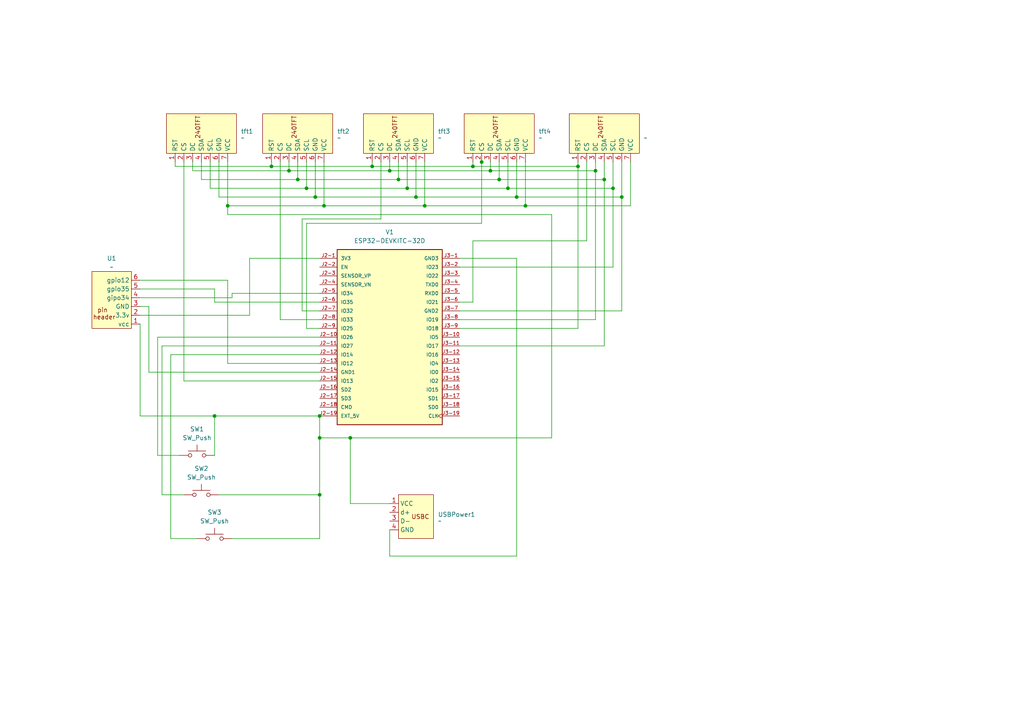
<source format=kicad_sch>
(kicad_sch (version 20231120) (generator "eeschema") (generator_version "8.0")
  (paper "A4")
  (lib_symbols
    (symbol "Custom Symbol Lib Orbs:240x240_TFT"
      (property "Reference" "240tft" (at 0 0 0))
      (symbol "240x240_TFT_1_1"
        (rectangle (start 2.54 0) (end 13.97 -20.32) (fill (type background)))
        (text "240TFT\n" (at 10.16 -9.144 0) (effects (font (size 1.27 1.27))))
        (pin bidirectional line (at 0 -2.54 0) (length 2.54) (name "RST") (number "1"))
        (pin bidirectional line (at 0 -5.08 0) (length 2.54) (name "CS") (number "2"))
        (pin bidirectional line (at 0 -7.62 0) (length 2.54) (name "DC") (number "3"))
        (pin bidirectional line (at 0 -10.16 0) (length 2.54) (name "SDA") (number "4"))
        (pin bidirectional line (at 0 -12.7 0) (length 2.54) (name "SCL") (number "5"))
        (pin power_in line (at 0 -15.24 0) (length 2.54) (name "GND") (number "6"))
        (pin power_in line (at 0 -17.78 0) (length 2.54) (name "VCC") (number "7"))
      )
    )
    (symbol "Custom Symbol Lib Orbs:GPIO Breakout"
      (property "Reference" "U" (at 0 0 0))
      (symbol "GPIO Breakout_1_1"
        (rectangle (start 2.54 2.54) (end 13.97 -13.97) (fill (type background)))
        (text "pin \nheader\n" (at 10.414 -1.778 0) (effects (font (size 1.27 1.27))))
        (pin power_in line (at 0 1.27 0) (length 2.54) (name "vcc") (number "1"))
        (pin power_in line (at 0 -1.27 0) (length 2.54) (name "3.3v") (number "2"))
        (pin power_in line (at 0 -3.81 0) (length 2.54) (name "GND") (number "3"))
        (pin bidirectional line (at 0 -6.35 0) (length 2.54) (name "gipo34") (number "4"))
        (pin bidirectional line (at 0 -8.89 0) (length 2.54) (name "gpio35") (number "5"))
        (pin bidirectional line (at 0 -11.43 0) (length 2.54) (name "gpio12") (number "6"))
      )
    )
    (symbol "Custom Symbol Lib Orbs:USB_BreadBoard"
      (property "Reference" "USBPower" (at 0 0 0))
      (symbol "USB_BreadBoard_1_1"
        (rectangle (start 1.27 -1.27) (end 11.43 -13.97) (fill (type background)))
        (text "USBC" (at 7.62 -7.62 0) (effects (font (size 1.27 1.27))))
        (pin power_in line (at -1.27 -3.81 0) (length 2.54) (name "VCC") (number "1"))
        (pin bidirectional line (at -1.27 -6.35 0) (length 2.54) (name "d+") (number "2"))
        (pin bidirectional line (at -1.27 -8.89 0) (length 2.54) (name "D-") (number "3"))
        (pin power_in line (at -1.27 -11.43 0) (length 2.54) (name "GND") (number "4"))
      )
    )
    (symbol "ESP32-DEVKITC-32D:ESP32-DEVKITC-32D" (pin_names (offset 1.016))
      (property "Reference" "38pin ESP 32 Dev Board" (at -15.2572 26.0643 0))
      (property "Value" "ESP32-DEVKITC-32D" (at -15.2563 -27.9698 0))
      (symbol "ESP32-DEVKITC-32D_0_0"
        (rectangle (start -15.24 -25.4) (end 15.24 25.4) (stroke (width 0.254)) (fill (type background)))
        (pin power_in line (at -20.32 22.86 0) (length 5.08) (name "3V3") (number "J2-1"))
        (pin bidirectional line (at -20.32 0 0) (length 5.08) (name "IO26") (number "J2-10"))
        (pin bidirectional line (at -20.32 -2.54 0) (length 5.08) (name "IO27") (number "J2-11"))
        (pin bidirectional line (at -20.32 -5.08 0) (length 5.08) (name "IO14") (number "J2-12"))
        (pin bidirectional line (at -20.32 -7.62 0) (length 5.08) (name "IO12") (number "J2-13"))
        (pin power_in line (at -20.32 -10.16 0) (length 5.08) (name "GND1") (number "J2-14"))
        (pin bidirectional line (at -20.32 -12.7 0) (length 5.08) (name "IO13") (number "J2-15"))
        (pin bidirectional line (at -20.32 -15.24 0) (length 5.08) (name "SD2") (number "J2-16"))
        (pin bidirectional line (at -20.32 -17.78 0) (length 5.08) (name "SD3") (number "J2-17"))
        (pin bidirectional line (at -20.32 -20.32 0) (length 5.08) (name "CMD") (number "J2-18"))
        (pin power_in line (at -20.32 -22.86 0) (length 5.08) (name "EXT_5V") (number "J2-19"))
        (pin input line (at -20.32 20.32 0) (length 5.08) (name "EN") (number "J2-2"))
        (pin input line (at -20.32 17.78 0) (length 5.08) (name "SENSOR_VP") (number "J2-3"))
        (pin input line (at -20.32 15.24 0) (length 5.08) (name "SENSOR_VN") (number "J2-4"))
        (pin bidirectional line (at -20.32 12.7 0) (length 5.08) (name "IO34") (number "J2-5"))
        (pin bidirectional line (at -20.32 10.16 0) (length 5.08) (name "IO35") (number "J2-6"))
        (pin bidirectional line (at -20.32 7.62 0) (length 5.08) (name "IO32") (number "J2-7"))
        (pin bidirectional line (at -20.32 5.08 0) (length 5.08) (name "IO33") (number "J2-8"))
        (pin bidirectional line (at -20.32 2.54 0) (length 5.08) (name "IO25") (number "J2-9"))
        (pin power_in line (at 20.32 22.86 180) (length 5.08) (name "GND3") (number "J3-1"))
        (pin bidirectional line (at 20.32 0 180) (length 5.08) (name "IO5") (number "J3-10"))
        (pin bidirectional line (at 20.32 -2.54 180) (length 5.08) (name "IO17") (number "J3-11"))
        (pin bidirectional line (at 20.32 -5.08 180) (length 5.08) (name "IO16") (number "J3-12"))
        (pin bidirectional line (at 20.32 -7.62 180) (length 5.08) (name "IO4") (number "J3-13"))
        (pin bidirectional line (at 20.32 -10.16 180) (length 5.08) (name "IO0") (number "J3-14"))
        (pin bidirectional line (at 20.32 -12.7 180) (length 5.08) (name "IO2") (number "J3-15"))
        (pin bidirectional line (at 20.32 -15.24 180) (length 5.08) (name "IO15") (number "J3-16"))
        (pin bidirectional line (at 20.32 -17.78 180) (length 5.08) (name "SD1") (number "J3-17"))
        (pin bidirectional line (at 20.32 -20.32 180) (length 5.08) (name "SD0") (number "J3-18"))
        (pin input clock (at 20.32 -22.86 180) (length 5.08) (name "CLK") (number "J3-19"))
        (pin bidirectional line (at 20.32 20.32 180) (length 5.08) (name "IO23") (number "J3-2"))
        (pin bidirectional line (at 20.32 17.78 180) (length 5.08) (name "IO22") (number "J3-3"))
        (pin output line (at 20.32 15.24 180) (length 5.08) (name "TXD0") (number "J3-4"))
        (pin input line (at 20.32 12.7 180) (length 5.08) (name "RXD0") (number "J3-5"))
        (pin bidirectional line (at 20.32 10.16 180) (length 5.08) (name "IO21") (number "J3-6"))
        (pin power_in line (at 20.32 7.62 180) (length 5.08) (name "GND2") (number "J3-7"))
        (pin bidirectional line (at 20.32 5.08 180) (length 5.08) (name "IO19") (number "J3-8"))
        (pin bidirectional line (at 20.32 2.54 180) (length 5.08) (name "IO18") (number "J3-9"))
      )
    )
    (symbol "Switch:SW_Push" (pin_numbers hide) (pin_names (offset 1.016) hide)
      (property "Reference" "SW" (at 1.27 2.54 0))
      (property "Value" "SW_Push" (at 0 -1.524 0))
      (symbol "SW_Push_0_1"
        (circle (center -2.032 0) (radius 0.508))
        (polyline (pts (xy 0 1.27) (xy 0 3.048)))
        (polyline (pts (xy 2.54 1.27) (xy -2.54 1.27)))
        (circle (center 2.032 0) (radius 0.508))
        (pin passive line (at -5.08 0 0) (length 2.54) (name "1") (number "1"))
        (pin passive line (at 5.08 0 180) (length 2.54) (name "2") (number "2"))
      )
    )
  )
  (junction (at 92.71 120.65))
  (junction (at 78.74 48.26))
  (junction (at 101.6 127))
  (junction (at 120.65 57.15))
  (junction (at 115.57 52.07))
  (junction (at 93.98 59.69))
  (junction (at 91.44 57.15))
  (junction (at 123.19 59.69))
  (junction (at 66.04 59.69))
  (junction (at 167.64 48.26))
  (junction (at 175.26 52.07))
  (junction (at 88.9 54.61))
  (junction (at 149.86 57.15))
  (junction (at 137.16 48.26))
  (junction (at 147.32 54.61))
  (junction (at 92.71 127))
  (junction (at 139.7 46.99))
  (junction (at 92.71 143.51))
  (junction (at 152.4 59.69))
  (junction (at 107.95 48.26))
  (junction (at 144.78 52.07))
  (junction (at 180.34 57.15))
  (junction (at 86.36 52.07))
  (junction (at 172.72 49.53))
  (junction (at 118.11 54.61))
  (junction (at 177.8 54.61))
  (junction (at 113.03 49.53))
  (junction (at 83.82 49.53))
  (junction (at 62.23 120.65))
  (junction (at 142.24 49.53))
  (wire (pts (xy 40.64 91.44) (xy 72.39 91.44)))
  (wire (pts (xy 118.11 54.61) (xy 88.9 54.61)))
  (wire (pts (xy 113.03 153.67) (xy 113.03 161.29)))
  (wire (pts (xy 175.26 52.07) (xy 144.78 52.07)))
  (wire (pts (xy 92.71 90.17) (xy 87.63 90.17)))
  (wire (pts (xy 40.64 88.9) (xy 43.18 88.9)))
  (wire (pts (xy 87.63 63.5) (xy 110.49 63.5)))
  (wire (pts (xy 177.8 54.61) (xy 147.32 54.61)))
  (wire (pts (xy 67.31 156.21) (xy 92.71 156.21)))
  (wire (pts (xy 152.4 46.99) (xy 152.4 59.69)))
  (wire (pts (xy 147.32 54.61) (xy 147.32 46.99)))
  (wire (pts (xy 43.18 88.9) (xy 43.18 107.95)))
  (wire (pts (xy 115.57 52.07) (xy 86.36 52.07)))
  (wire (pts (xy 92.71 110.49) (xy 53.34 110.49)))
  (wire (pts (xy 172.72 49.53) (xy 172.72 46.99)))
  (wire (pts (xy 123.19 59.69) (xy 123.19 46.99)))
  (wire (pts (xy 78.74 48.26) (xy 50.8 48.26)))
  (wire (pts (xy 144.78 52.07) (xy 144.78 46.99)))
  (wire (pts (xy 62.23 120.65) (xy 92.71 120.65)))
  (wire (pts (xy 137.16 48.26) (xy 137.16 46.99)))
  (wire (pts (xy 40.64 81.28) (xy 66.04 81.28)))
  (wire (pts (xy 66.04 81.28) (xy 66.04 105.41)))
  (wire (pts (xy 118.11 54.61) (xy 118.11 46.99)))
  (wire (pts (xy 133.35 92.71) (xy 172.72 92.71)))
  (wire (pts (xy 149.86 57.15) (xy 120.65 57.15)))
  (wire (pts (xy 83.82 49.53) (xy 83.82 46.99)))
  (wire (pts (xy 67.31 85.09) (xy 92.71 85.09)))
  (wire (pts (xy 152.4 59.69) (xy 182.88 59.69)))
  (wire (pts (xy 52.07 132.08) (xy 45.72 132.08)))
  (wire (pts (xy 43.18 107.95) (xy 92.71 107.95)))
  (wire (pts (xy 88.9 64.77) (xy 88.9 95.25)))
  (wire (pts (xy 78.74 46.99) (xy 78.74 48.26)))
  (wire (pts (xy 144.78 52.07) (xy 115.57 52.07)))
  (wire (pts (xy 72.39 91.44) (xy 72.39 74.93)))
  (wire (pts (xy 67.31 86.36) (xy 67.31 85.09)))
  (wire (pts (xy 160.02 62.23) (xy 160.02 127)))
  (wire (pts (xy 149.86 57.15) (xy 149.86 46.99)))
  (wire (pts (xy 180.34 90.17) (xy 180.34 57.15)))
  (wire (pts (xy 63.5 143.51) (xy 92.71 143.51)))
  (wire (pts (xy 58.42 52.07) (xy 58.42 46.99)))
  (wire (pts (xy 167.64 48.26) (xy 167.64 46.99)))
  (wire (pts (xy 92.71 156.21) (xy 92.71 143.51)))
  (wire (pts (xy 177.8 77.47) (xy 177.8 54.61)))
  (wire (pts (xy 120.65 57.15) (xy 91.44 57.15)))
  (wire (pts (xy 147.32 54.61) (xy 118.11 54.61)))
  (wire (pts (xy 53.34 143.51) (xy 46.99 143.51)))
  (wire (pts (xy 83.82 49.53) (xy 55.88 49.53)))
  (wire (pts (xy 139.7 46.99) (xy 139.7 64.77)))
  (wire (pts (xy 45.72 97.79) (xy 92.71 97.79)))
  (wire (pts (xy 46.99 143.51) (xy 46.99 100.33)))
  (wire (pts (xy 45.72 132.08) (xy 45.72 97.79)))
  (wire (pts (xy 101.6 146.05) (xy 101.6 127)))
  (wire (pts (xy 113.03 146.05) (xy 101.6 146.05)))
  (wire (pts (xy 133.35 77.47) (xy 177.8 77.47)))
  (wire (pts (xy 62.23 132.08) (xy 62.23 120.65)))
  (wire (pts (xy 72.39 74.93) (xy 92.71 74.93)))
  (wire (pts (xy 93.98 59.69) (xy 123.19 59.69)))
  (wire (pts (xy 170.18 69.85) (xy 137.16 69.85)))
  (wire (pts (xy 167.64 95.25) (xy 167.64 48.26)))
  (wire (pts (xy 40.64 83.82) (xy 62.23 83.82)))
  (wire (pts (xy 40.64 86.36) (xy 67.31 86.36)))
  (wire (pts (xy 172.72 49.53) (xy 142.24 49.53)))
  (wire (pts (xy 139.7 45.72) (xy 139.7 46.99)))
  (wire (pts (xy 115.57 52.07) (xy 115.57 46.99)))
  (wire (pts (xy 92.71 127) (xy 92.71 120.65)))
  (wire (pts (xy 66.04 62.23) (xy 160.02 62.23)))
  (wire (pts (xy 137.16 69.85) (xy 137.16 87.63)))
  (wire (pts (xy 113.03 49.53) (xy 113.03 46.99)))
  (wire (pts (xy 142.24 49.53) (xy 142.24 46.99)))
  (wire (pts (xy 133.35 100.33) (xy 175.26 100.33)))
  (wire (pts (xy 120.65 57.15) (xy 120.65 46.99)))
  (wire (pts (xy 175.26 100.33) (xy 175.26 52.07)))
  (wire (pts (xy 66.04 59.69) (xy 66.04 62.23)))
  (wire (pts (xy 55.88 49.53) (xy 55.88 46.99)))
  (wire (pts (xy 88.9 95.25) (xy 92.71 95.25)))
  (wire (pts (xy 172.72 92.71) (xy 172.72 49.53)))
  (wire (pts (xy 149.86 74.93) (xy 133.35 74.93)))
  (wire (pts (xy 57.15 156.21) (xy 49.53 156.21)))
  (wire (pts (xy 63.5 57.15) (xy 63.5 46.99)))
  (wire (pts (xy 91.44 57.15) (xy 91.44 46.99)))
  (wire (pts (xy 182.88 59.69) (xy 182.88 46.99)))
  (wire (pts (xy 66.04 59.69) (xy 93.98 59.69)))
  (wire (pts (xy 50.8 46.99) (xy 50.8 48.26)))
  (wire (pts (xy 133.35 95.25) (xy 167.64 95.25)))
  (wire (pts (xy 87.63 90.17) (xy 87.63 63.5)))
  (wire (pts (xy 152.4 59.69) (xy 123.19 59.69)))
  (wire (pts (xy 40.64 120.65) (xy 62.23 120.65)))
  (wire (pts (xy 91.44 57.15) (xy 63.5 57.15)))
  (wire (pts (xy 149.86 161.29) (xy 149.86 74.93)))
  (wire (pts (xy 60.96 54.61) (xy 60.96 46.99)))
  (wire (pts (xy 46.99 100.33) (xy 92.71 100.33)))
  (wire (pts (xy 139.7 64.77) (xy 88.9 64.77)))
  (wire (pts (xy 66.04 46.99) (xy 66.04 59.69)))
  (wire (pts (xy 170.18 46.99) (xy 170.18 69.85)))
  (wire (pts (xy 142.24 49.53) (xy 113.03 49.53)))
  (wire (pts (xy 167.64 48.26) (xy 137.16 48.26)))
  (wire (pts (xy 113.03 161.29) (xy 149.86 161.29)))
  (wire (pts (xy 137.16 48.26) (xy 107.95 48.26)))
  (wire (pts (xy 86.36 52.07) (xy 58.42 52.07)))
  (wire (pts (xy 49.53 156.21) (xy 49.53 102.87)))
  (wire (pts (xy 180.34 57.15) (xy 149.86 57.15)))
  (wire (pts (xy 110.49 63.5) (xy 110.49 46.99)))
  (wire (pts (xy 81.28 92.71) (xy 81.28 46.99)))
  (wire (pts (xy 88.9 54.61) (xy 88.9 46.99)))
  (wire (pts (xy 49.53 102.87) (xy 92.71 102.87)))
  (wire (pts (xy 40.64 93.98) (xy 40.64 120.65)))
  (wire (pts (xy 92.71 127) (xy 101.6 127)))
  (wire (pts (xy 175.26 52.07) (xy 175.26 46.99)))
  (wire (pts (xy 62.23 83.82) (xy 62.23 87.63)))
  (wire (pts (xy 113.03 49.53) (xy 83.82 49.53)))
  (wire (pts (xy 133.35 90.17) (xy 180.34 90.17)))
  (wire (pts (xy 88.9 54.61) (xy 60.96 54.61)))
  (wire (pts (xy 92.71 143.51) (xy 92.71 127)))
  (wire (pts (xy 53.34 110.49) (xy 53.34 46.99)))
  (wire (pts (xy 66.04 105.41) (xy 92.71 105.41)))
  (wire (pts (xy 101.6 127) (xy 160.02 127)))
  (wire (pts (xy 93.98 59.69) (xy 93.98 46.99)))
  (wire (pts (xy 107.95 48.26) (xy 107.95 46.99)))
  (wire (pts (xy 86.36 52.07) (xy 86.36 46.99)))
  (wire (pts (xy 137.16 87.63) (xy 133.35 87.63)))
  (wire (pts (xy 62.23 87.63) (xy 92.71 87.63)))
  (wire (pts (xy 177.8 54.61) (xy 177.8 46.99)))
  (wire (pts (xy 107.95 48.26) (xy 78.74 48.26)))
  (wire (pts (xy 180.34 57.15) (xy 180.34 46.99)))
  (wire (pts (xy 92.71 92.71) (xy 81.28 92.71)))
  (symbol (lib_id "Custom Symbol Lib Orbs:240x240_TFT") (at 165.1 46.99 90) (unit 1)
    (property "Reference" "tft5" (effects (hide yes)))
    (property "Value" "~" (at 186.69 40.005 90) (effects (justify right)))
    (property "Footprint" "Connector_PinHeader_2.54mm:PinHeader_1x07_P2.54mm_Vertical" (effects (hide yes)))
  )
  (symbol (lib_id "Custom Symbol Lib Orbs:240x240_TFT") (at 105.41 46.99 90) (unit 1)
    (property "Reference" "tft3" (at 127 38.0999 90) (effects (justify right)))
    (property "Value" "~" (at 127 40.005 90) (effects (justify right)))
    (property "Footprint" "Connector_PinHeader_2.54mm:PinHeader_1x07_P2.54mm_Vertical" (effects (hide yes)))
  )
  (symbol (lib_id "Custom Symbol Lib Orbs:GPIO Breakout") (at 40.64 92.71 180) (unit 1)
    (property "Reference" "U1" (at 32.385 74.93 0))
    (property "Value" "~" (at 32.385 77.47 0))
    (property "Footprint" "Connector_PinHeader_2.54mm:PinHeader_1x06_P2.54mm_Vertical" (effects (hide yes)))
  )
  (symbol (lib_id "Custom Symbol Lib Orbs:USB_BreadBoard") (at 114.3 142.24 0) (unit 1)
    (property "Reference" "USBPower1" (at 127 149.2249 0) (effects (justify left)))
    (property "Value" "~" (at 127 151.13 0) (effects (justify left)))
    (property "Footprint" "Connector_PinHeader_2.54mm:PinHeader_1x04_P2.54mm_Vertical" (effects (hide yes)))
  )
  (symbol (lib_id "Custom Symbol Lib Orbs:240x240_TFT") (at 134.62 46.99 90) (unit 1)
    (property "Reference" "tft4" (at 156.21 38.0999 90) (effects (justify right)))
    (property "Value" "~" (at 156.21 40.005 90) (effects (justify right)))
    (property "Footprint" "Connector_PinHeader_2.54mm:PinHeader_1x07_P2.54mm_Vertical" (effects (hide yes)))
  )
  (symbol (lib_id "Switch:SW_Push") (at 57.15 132.08 0) (unit 1)
    (property "Reference" "SW1" (at 57.15 124.46 0))
    (property "Value" "SW_Push" (at 57.15 127 0))
    (property "Footprint" "Button_Switch_THT:SW_PUSH_6mm_H5mm" (effects (hide yes)))
    (property "Description" "Push button switch, generic, two pins" (effects (hide yes)))
  )
  (symbol (lib_id "ESP32-DEVKITC-32D:ESP32-DEVKITC-32D") (at 113.03 97.79 0) (unit 1)
    (property "Reference" "V1" (at 113.03 67.31 0))
    (property "Value" "ESP32-DEVKITC-32D" (at 113.03 69.85 0))
    (property "Footprint" "New folder:38 Pin Board" (effects (hide yes)))
    (property "MF" "Espressif Systems" (effects (hide yes)))
    (property "MAXIMUM_PACKAGE_HEIGHT" "N/A" (effects (hide yes)))
    (property "Package" "None" (effects (hide yes)))
    (property "Price" "None" (effects (hide yes)))
    (property "Check_prices" "https://www.snapeda.com/parts/ESP32-DEVKITC-32D/Espressif+Systems/view-part/?ref=eda" (effects (hide yes)))
    (property "STANDARD" "Manufacturer Recommendations" (effects (hide yes)))
    (property "PARTREV" "V4" (effects (hide yes)))
    (property "SnapEDA_Link" "https://www.snapeda.com/parts/ESP32-DEVKITC-32D/Espressif+Systems/view-part/?ref=snap" (effects (hide yes)))
    (property "MP" "ESP32-DEVKITC-32D" (effects (hide yes)))
    (property "Description_1" "\nWiFi Development Tools (802.11) ESP32 General Development Kit, ESP32-WROOM-32D on the board\n" (effects (hide yes)))
    (property "MANUFACTURER" "Espressif Systems" (effects (hide yes)))
    (property "Availability" "In Stock" (effects (hide yes)))
    (property "SNAPEDA_PN" "ESP32-DEVKITC-32D" (effects (hide yes)))
  )
  (symbol (lib_id "Custom Symbol Lib Orbs:240x240_TFT") (at 48.26 46.99 90) (unit 1)
    (property "Reference" "tft1" (at 69.85 38.0999 90) (effects (justify right)))
    (property "Value" "~" (at 69.85 40.005 90) (effects (justify right)))
    (property "Footprint" "Connector_PinHeader_2.54mm:PinHeader_1x07_P2.54mm_Vertical" (effects (hide yes)))
  )
  (symbol (lib_id "Custom Symbol Lib Orbs:240x240_TFT") (at 76.2 46.99 90) (unit 1)
    (property "Reference" "tft2" (at 97.79 38.0999 90) (effects (justify right)))
    (property "Value" "~" (at 97.79 40.005 90) (effects (justify right)))
    (property "Footprint" "Connector_PinHeader_2.54mm:PinHeader_1x07_P2.54mm_Vertical" (effects (hide yes)))
  )
  (symbol (lib_id "Switch:SW_Push") (at 58.42 143.51 0) (unit 1)
    (property "Reference" "SW2" (at 58.42 135.89 0))
    (property "Value" "SW_Push" (at 58.42 138.43 0))
    (property "Footprint" "Button_Switch_THT:SW_PUSH_6mm_H5mm" (effects (hide yes)))
    (property "Description" "Push button switch, generic, two pins" (effects (hide yes)))
  )
  (symbol (lib_id "Switch:SW_Push") (at 62.23 156.21 0) (unit 1)
    (property "Reference" "SW3" (at 62.23 148.59 0))
    (property "Value" "SW_Push" (at 62.23 151.13 0))
    (property "Footprint" "Button_Switch_THT:SW_PUSH_6mm_H5mm" (effects (hide yes)))
    (property "Description" "Push button switch, generic, two pins" (effects (hide yes)))
  )
)
</source>
